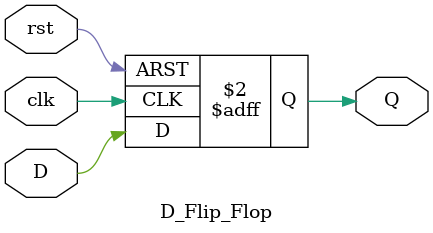
<source format=v>
`timescale 1ns / 1ps
/*******************************************************************
*
* Module: DataPath.v
* Project: Archetchture_project
* Author: Mariam Abulela     900141674
          Nada Badawy        900171975
          Mohamed Al-Awadly  900163100
* Description: D-Flip-Flop with Reset  
* Change history: 08/10/19 - creat the module
* 28/10/19 - Added comments and follow guidelines
*
*******************************************************************/

 
module D_Flip_Flop(input clk, input rst, input D, output reg Q );

always @ (posedge clk or posedge rst)
 if (rst) begin
 Q <= 1'b0;
 end else begin
 Q <= D;
 end

endmodule

</source>
